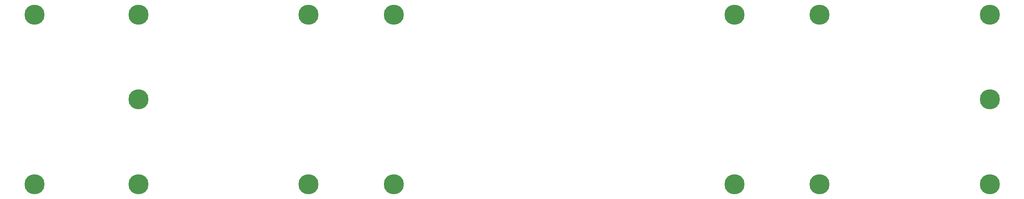
<source format=gbr>
G04 #@! TF.GenerationSoftware,KiCad,Pcbnew,(5.1.4-0)*
G04 #@! TF.CreationDate,2021-05-08T11:23:34-05:00*
G04 #@! TF.ProjectId,ori_top_plate,6f72695f-746f-4705-9f70-6c6174652e6b,rev?*
G04 #@! TF.SameCoordinates,Original*
G04 #@! TF.FileFunction,Copper,L1,Top*
G04 #@! TF.FilePolarity,Positive*
%FSLAX46Y46*%
G04 Gerber Fmt 4.6, Leading zero omitted, Abs format (unit mm)*
G04 Created by KiCad (PCBNEW (5.1.4-0)) date 2021-05-08 11:23:34*
%MOMM*%
%LPD*%
G04 APERTURE LIST*
%ADD10C,4.500000*%
G04 APERTURE END LIST*
D10*
X126919666Y-99180000D03*
X126919666Y-61179839D03*
X150100000Y-80180000D03*
X188100000Y-61180000D03*
X188100000Y-99180000D03*
X302100000Y-61180000D03*
X302100000Y-99180000D03*
X340100000Y-80180000D03*
X150100000Y-61180000D03*
X150100000Y-99180000D03*
X283100000Y-61180000D03*
X207100000Y-61180000D03*
X283100000Y-99180000D03*
X207100000Y-99180000D03*
X340100000Y-61180000D03*
X340100000Y-99180000D03*
M02*

</source>
